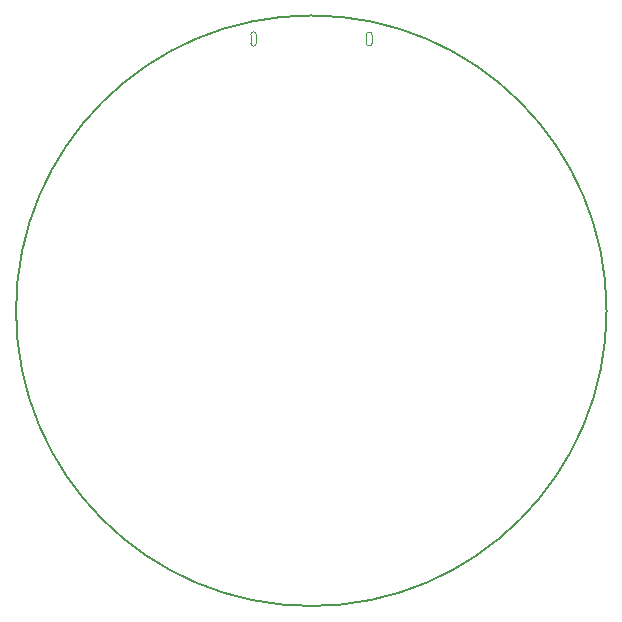
<source format=gm1>
%TF.GenerationSoftware,KiCad,Pcbnew,9.0.0*%
%TF.CreationDate,2025-05-02T17:15:01+02:00*%
%TF.ProjectId,009_RGB Sound Control Light Bar Redesign_fraseross,3030395f-5247-4422-9053-6f756e642043,rev?*%
%TF.SameCoordinates,Original*%
%TF.FileFunction,Profile,NP*%
%FSLAX46Y46*%
G04 Gerber Fmt 4.6, Leading zero omitted, Abs format (unit mm)*
G04 Created by KiCad (PCBNEW 9.0.0) date 2025-05-02 17:15:01*
%MOMM*%
%LPD*%
G01*
G04 APERTURE LIST*
%TA.AperFunction,Profile*%
%ADD10C,0.200000*%
%TD*%
%TA.AperFunction,Profile*%
%ADD11C,0.010000*%
%TD*%
G04 APERTURE END LIST*
D10*
X156000000Y-122250000D02*
G75*
G02*
X106000000Y-122250000I-25000000J0D01*
G01*
X106000000Y-122250000D02*
G75*
G02*
X156000000Y-122250000I25000000J0D01*
G01*
D11*
%TO.C,P2*%
X125855000Y-99600000D02*
X125855000Y-98900000D01*
X126355000Y-98900000D02*
X126355000Y-99600000D01*
X135645000Y-99600000D02*
X135645000Y-98900000D01*
X136145000Y-98900000D02*
X136145000Y-99600000D01*
X125855000Y-98900000D02*
G75*
G02*
X126105000Y-98650000I250000J0D01*
G01*
X126105000Y-98650000D02*
G75*
G02*
X126355000Y-98900000I0J-250000D01*
G01*
X126105000Y-99850000D02*
G75*
G02*
X125855000Y-99600000I0J250000D01*
G01*
X126355000Y-99600000D02*
G75*
G02*
X126105000Y-99850000I-250000J0D01*
G01*
X135645000Y-98900000D02*
G75*
G02*
X135895000Y-98650000I249999J1D01*
G01*
X135895000Y-98650000D02*
G75*
G02*
X136145000Y-98900000I1J-249999D01*
G01*
X135895000Y-99850000D02*
G75*
G02*
X135645000Y-99600000I-1J249999D01*
G01*
X136145000Y-99600000D02*
G75*
G02*
X135895000Y-99850000I-249999J-1D01*
G01*
%TD*%
M02*

</source>
